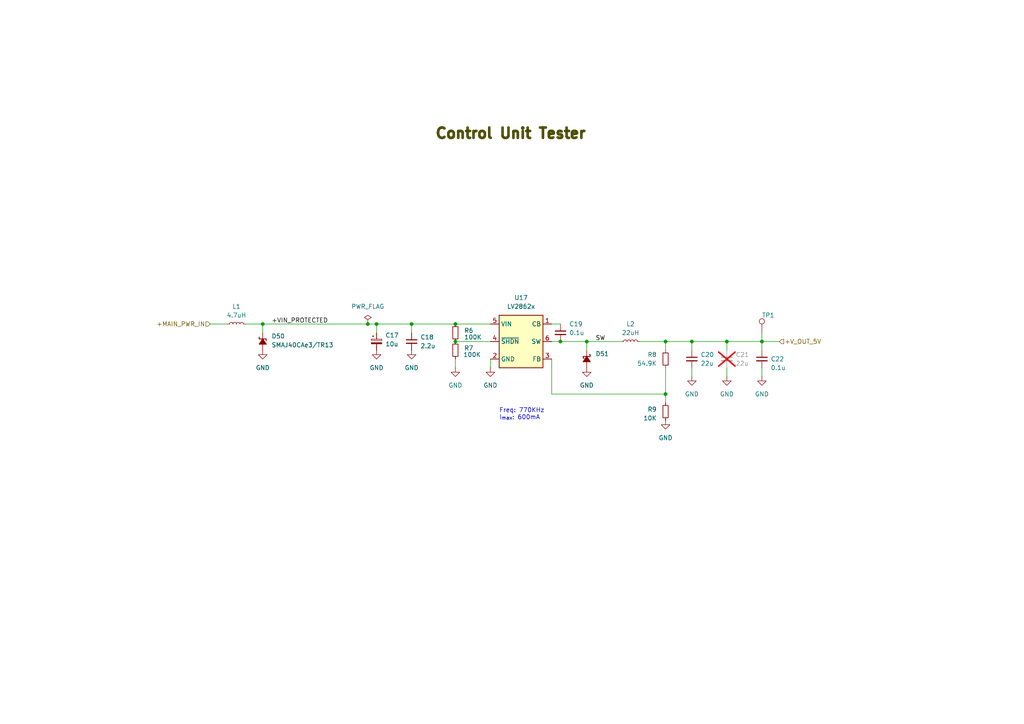
<source format=kicad_sch>
(kicad_sch (version 20250114) (generator "eeschema") (generator_version "9.0")
  (paper "A4")
  (title_block (title "Control Unit Tester") (date "2025-05-20"))
  (lib_symbols
    (symbol "Connector:TestPoint" (pin_numbers (hide yes)) (pin_names (offset 0.762) (hide yes))
      (property "Reference" "TP" (at 0 6.858 0))
      (property "Value" "TestPoint" (at 0 5.08 0))
      (symbol "TestPoint_0_1"
        (circle (center 0 3.302) (radius 0.762))
      )
      (symbol "TestPoint_1_1"
        (pin passive line (at 0 0 90) (length 2.54) (name "1") (number "1"))
      )
    )
    (symbol "Device:C_Polarized_Small" (pin_numbers (hide yes)) (pin_names (offset 0.254) (hide yes))
      (property "Reference" "C" (at 0.254 1.778 0))
      (property "Value" "C_Polarized_Small" (at 0.254 -2.032 0))
      (symbol "C_Polarized_Small_0_1"
        (rectangle (start -1.524 0.6858) (end 1.524 0.3048))
        (rectangle (start -1.524 -0.3048) (end 1.524 -0.6858) (fill (type outline)))
        (polyline (pts (xy -1.27 1.524) (xy -0.762 1.524)))
        (polyline (pts (xy -1.016 1.27) (xy -1.016 1.778)))
      )
      (symbol "C_Polarized_Small_1_1"
        (pin passive line (at 0 2.54 270) (length 1.8542) (name "~") (number "1"))
        (pin passive line (at 0 -2.54 90) (length 1.8542) (name "~") (number "2"))
      )
    )
    (symbol "Device:C_Small" (pin_numbers (hide yes)) (pin_names (offset 0.254) (hide yes))
      (property "Reference" "C" (at 0.254 1.778 0))
      (property "Value" "C_Small" (at 0.254 -2.032 0))
      (symbol "C_Small_0_1"
        (polyline (pts (xy -1.524 0.508) (xy 1.524 0.508)) (stroke (width 0.3048)))
        (polyline (pts (xy -1.524 -0.508) (xy 1.524 -0.508)) (stroke (width 0.3302)))
      )
      (symbol "C_Small_1_1"
        (pin passive line (at 0 2.54 270) (length 2.032) (name "~") (number "1"))
        (pin passive line (at 0 -2.54 90) (length 2.032) (name "~") (number "2"))
      )
    )
    (symbol "Device:D_Schottky_Small_Filled" (pin_numbers (hide yes)) (pin_names (offset 0.254) (hide yes))
      (property "Reference" "D" (at -1.27 2.032 0))
      (property "Value" "D_Schottky_Small_Filled" (at -7.112 -2.032 0))
      (symbol "D_Schottky_Small_Filled_0_1"
        (polyline (pts (xy -1.27 0.762) (xy -1.27 1.016) (xy -0.762 1.016) (xy -0.762 -1.016) (xy -0.254 -1.016) (xy -0.254 -0.762)) (stroke (width 0.254)))
        (polyline (pts (xy -0.762 0) (xy 0.762 0)))
        (polyline (pts (xy 0.762 -1.016) (xy -0.762 0) (xy 0.762 1.016) (xy 0.762 -1.016)) (stroke (width 0.254)) (fill (type outline)))
      )
      (symbol "D_Schottky_Small_Filled_1_1"
        (pin passive line (at -2.54 0 0) (length 1.778) (name "K") (number "1"))
        (pin passive line (at 2.54 0 180) (length 1.778) (name "A") (number "2"))
      )
    )
    (symbol "Device:L_Small" (pin_numbers (hide yes)) (pin_names (offset 0.254) (hide yes))
      (property "Reference" "L" (at 0.762 1.016 0))
      (property "Value" "L_Small" (at 0.762 -1.016 0))
      (symbol "L_Small_0_1"
        (arc (start 0 2.032) (mid 0.5058 1.524) (end 0 1.016))
        (arc (start 0 1.016) (mid 0.5058 0.508) (end 0 0))
        (arc (start 0 0) (mid 0.5058 -0.508) (end 0 -1.016))
        (arc (start 0 -1.016) (mid 0.5058 -1.524) (end 0 -2.032))
      )
      (symbol "L_Small_1_1"
        (pin passive line (at 0 2.54 270) (length 0.508) (name "~") (number "1"))
        (pin passive line (at 0 -2.54 90) (length 0.508) (name "~") (number "2"))
      )
    )
    (symbol "Device:R_Small" (pin_numbers (hide yes)) (pin_names (offset 0.254) (hide yes))
      (property "Reference" "R" (at 0 0 90))
      (property "Value" "R_Small" (at 1.778 0 90))
      (symbol "R_Small_0_1"
        (rectangle (start -0.762 1.778) (end 0.762 -1.778) (stroke (width 0.2032)))
      )
      (symbol "R_Small_1_1"
        (pin passive line (at 0 2.54 270) (length 0.762) (name "~") (number "1"))
        (pin passive line (at 0 -2.54 90) (length 0.762) (name "~") (number "2"))
      )
    )
    (symbol "My_Libraries:D_TVS" (pin_numbers (hide yes)) (pin_names (hide yes))
      (property "Reference" "D" (at -2.54 5.08 0))
      (property "Value" "D_TVS" (at -2.54 2.54 0))
      (symbol "D_TVS_0_1"
        (polyline (pts (xy -1.2954 -1.016) (xy -0.7874 -1.016)) (stroke (width 0.254)))
        (polyline (pts (xy -0.254 1.016) (xy -0.762 1.016) (xy -0.762 -1.016)) (stroke (width 0.254)))
        (polyline (pts (xy 0.762 1.016) (xy -0.762 0) (xy 0.762 -1.016) (xy 0.762 1.016)) (stroke (width 0.254)) (fill (type outline)))
        (polyline (pts (xy 0.762 0) (xy -0.762 0)))
      )
      (symbol "D_TVS_1_1"
        (pin passive line (at -2.54 0 0) (length 1.778) (name "K") (number "1"))
        (pin passive line (at 2.54 0 180) (length 1.778) (name "A") (number "2"))
      )
    )
    (symbol "My_Libraries:LV2862x"
      (property "Reference" "U" (at -1.27 11.43 0))
      (property "Value" "LV2862x" (at -1.27 8.89 0))
      (symbol "LV2862x_1_1"
        (rectangle (start -7.62 7.62) (end 5.08 -7.62) (stroke (width 0.254)) (fill (type background)))
        (pin power_in line (at -10.16 5.08 0) (length 2.54) (name "VIN") (number "5"))
        (pin passive line (at -10.16 0 0) (length 2.54) (name "~{SHDN}") (number "4"))
        (pin passive line (at -10.16 -5.08 0) (length 2.54) (name "GND") (number "2"))
        (pin passive line (at 7.62 5.08 180) (length 2.54) (name "CB") (number "1"))
        (pin passive line (at 7.62 0 180) (length 2.54) (name "SW") (number "6"))
        (pin passive line (at 7.62 -5.08 180) (length 2.54) (name "FB") (number "3"))
      )
    )
    (symbol "power:GND" (power) (pin_numbers (hide yes)) (pin_names (offset 0) (hide yes))
      (property "Value" "GND" (at 0 -3.81 0))
      (symbol "GND_0_1"
        (polyline (pts (xy 0 0) (xy 0 -1.27) (xy 1.27 -1.27) (xy 0 -2.54) (xy -1.27 -1.27) (xy 0 -1.27)))
      )
      (symbol "GND_1_1"
        (pin power_in line (at 0 0 270) (length 0) (name "~") (number "1"))
      )
    )
    (symbol "power:PWR_FLAG" (power) (pin_numbers (hide yes)) (pin_names (offset 0) (hide yes))
      (property "Value" "PWR_FLAG" (at 0 3.81 0))
      (symbol "PWR_FLAG_0_0"
        (pin power_out line (at 0 0 90) (length 0) (name "pwr") (number "1"))
      )
      (symbol "PWR_FLAG_0_1"
        (polyline (pts (xy 0 0) (xy 0 1.27) (xy -1.016 1.905) (xy 0 2.54) (xy 1.016 1.905) (xy 0 1.27)))
      )
    )
  )
  (text "${TITLE}" (at 125.984 40.64 0) (effects (font (size 3 3) (thickness 0.8) (bold yes)) (justify left bottom)))
  (text "Freq: 770KHz\nI_{max}: 600mA" (at 144.78 121.92 0) (effects (font (size 1.27 1.27)) (justify left bottom)))
  (junction (at 162.56 99.06))
  (junction (at 170.18 99.06))
  (junction (at 193.04 99.06))
  (junction (at 210.82 99.06))
  (junction (at 106.68 93.98))
  (junction (at 200.66 99.06))
  (junction (at 119.38 93.98))
  (junction (at 220.98 99.06))
  (junction (at 193.04 114.3))
  (junction (at 109.22 93.98))
  (junction (at 132.08 93.98))
  (junction (at 76.2 93.98))
  (junction (at 132.08 99.06))
  (wire (pts (xy 210.82 99.06) (xy 210.82 101.6)))
  (wire (pts (xy 109.22 93.98) (xy 109.22 96.52)))
  (wire (pts (xy 160.02 93.98) (xy 162.56 93.98)))
  (wire (pts (xy 210.82 106.68) (xy 210.82 109.22)))
  (wire (pts (xy 119.38 93.98) (xy 119.38 96.52)))
  (wire (pts (xy 200.66 106.68) (xy 200.66 109.22)))
  (wire (pts (xy 60.96 93.98) (xy 66.04 93.98)))
  (wire (pts (xy 193.04 99.06) (xy 200.66 99.06)))
  (wire (pts (xy 193.04 106.68) (xy 193.04 114.3)))
  (wire (pts (xy 193.04 99.06) (xy 193.04 101.6)))
  (wire (pts (xy 220.98 96.52) (xy 220.98 99.06)))
  (wire (pts (xy 109.22 93.98) (xy 119.38 93.98)))
  (wire (pts (xy 170.18 99.06) (xy 170.18 101.6)))
  (wire (pts (xy 142.24 104.14) (xy 142.24 106.68)))
  (wire (pts (xy 119.38 93.98) (xy 132.08 93.98)))
  (wire (pts (xy 132.08 99.06) (xy 142.24 99.06)))
  (wire (pts (xy 132.08 93.98) (xy 142.24 93.98)))
  (wire (pts (xy 160.02 104.14) (xy 160.02 114.3)))
  (wire (pts (xy 170.18 99.06) (xy 180.34 99.06)))
  (wire (pts (xy 160.02 99.06) (xy 162.56 99.06)))
  (wire (pts (xy 132.08 104.14) (xy 132.08 106.68)))
  (wire (pts (xy 193.04 114.3) (xy 160.02 114.3)))
  (wire (pts (xy 220.98 99.06) (xy 226.06 99.06)))
  (wire (pts (xy 185.42 99.06) (xy 193.04 99.06)))
  (wire (pts (xy 220.98 106.68) (xy 220.98 109.22)))
  (wire (pts (xy 76.2 96.52) (xy 76.2 93.98)))
  (wire (pts (xy 210.82 99.06) (xy 220.98 99.06)))
  (wire (pts (xy 200.66 99.06) (xy 210.82 99.06)))
  (wire (pts (xy 162.56 99.06) (xy 170.18 99.06)))
  (wire (pts (xy 106.68 93.98) (xy 109.22 93.98)))
  (wire (pts (xy 76.2 93.98) (xy 71.12 93.98)))
  (wire (pts (xy 193.04 114.3) (xy 193.04 116.84)))
  (wire (pts (xy 76.2 93.98) (xy 106.68 93.98)))
  (wire (pts (xy 200.66 101.6) (xy 200.66 99.06)))
  (wire (pts (xy 220.98 99.06) (xy 220.98 101.6)))
  (label "SW" (at 172.72 99.06 0))
  (label "+VIN_PROTECTED" (at 78.74 93.98 0))
  (hierarchical_label "+MAIN_PWR_IN" (shape input) (at 60.96 93.98 180))
  (hierarchical_label "+V_OUT_5V" (shape input) (at 226.06 99.06 0))
  (symbol (lib_id "power:GND") (at 200.66 109.22 0) (unit 1)
    (property "Reference" "#PWR0151" (effects (hide yes)))
    (property "Value" "GND" (at 200.66 114.3 0))
    (property "Description" "Power symbol creates a global label with name \"GND\" , ground" (effects (hide yes)))
  )
  (symbol (lib_id "Device:L_Small") (at 182.88 99.06 90) (unit 1)
    (property "Reference" "L2" (at 182.88 93.98 90))
    (property "Value" "22uH" (at 182.88 96.52 90))
    (property "Footprint" "Inductor_SMD:L_Taiyo-Yuden_NR-50xx" (effects (hide yes)))
    (property "PartkeeprID" "44" (effects (hide yes)))
  )
  (symbol (lib_id "My_Libraries:LV2862x") (at 152.4 99.06 0) (unit 1)
    (property "Reference" "U17" (at 151.13 86.36 0))
    (property "Value" "LV2862x" (at 151.13 88.9 0))
    (property "Footprint" "Package_TO_SOT_SMD:SOT-23-6" (effects (hide yes)))
    (property "Datasheet" "https://www.ti.com/lit/ds/symlink/lv2862.pdf" (effects (hide yes)))
    (property "PartkeeprID" "46" (effects (hide yes)))
  )
  (symbol (lib_id "power:GND") (at 170.18 106.68 0) (unit 1)
    (property "Reference" "#PWR0149" (effects (hide yes)))
    (property "Value" "GND" (at 170.18 111.76 0))
    (property "Description" "Power symbol creates a global label with name \"GND\" , ground" (effects (hide yes)))
  )
  (symbol (lib_id "power:GND") (at 76.2 101.6 0) (unit 1)
    (property "Reference" "#PWR0144" (effects (hide yes)))
    (property "Value" "GND" (at 76.2 106.68 0))
    (property "Description" "Power symbol creates a global label with name \"GND\" , ground" (effects (hide yes)))
  )
  (symbol (lib_id "power:GND") (at 142.24 106.68 0) (unit 1)
    (property "Reference" "#PWR0148" (effects (hide yes)))
    (property "Value" "GND" (at 142.24 111.76 0))
    (property "Description" "Power symbol creates a global label with name \"GND\" , ground" (effects (hide yes)))
  )
  (symbol (lib_id "Device:C_Small") (at 119.38 99.06 0) (unit 1)
    (property "Reference" "C18" (at 121.92 97.7963 0) (effects (justify left)))
    (property "Value" "2.2u" (at 121.92 100.3363 0) (effects (justify left)))
    (property "Footprint" "Capacitor_SMD:C_1210_3225Metric" (effects (hide yes)))
    (property "PartkeeprID" "42" (effects (hide yes)))
  )
  (symbol (lib_id "Device:C_Small") (at 210.82 104.14 0) (unit 1) (dnp yes)
    (property "Reference" "C21" (at 213.36 102.8763 0) (effects (justify left)))
    (property "Value" "22u" (at 213.36 105.4163 0) (effects (justify left)))
    (property "Footprint" "Capacitor_SMD:C_1210_3225Metric" (effects (hide yes)))
    (property "PartkeeprID" "45" (effects (hide yes)))
  )
  (symbol (lib_id "power:GND") (at 220.98 109.22 0) (unit 1)
    (property "Reference" "#PWR0153" (effects (hide yes)))
    (property "Value" "GND" (at 220.98 114.3 0))
    (property "Description" "Power symbol creates a global label with name \"GND\" , ground" (effects (hide yes)))
  )
  (symbol (lib_id "My_Libraries:D_TVS") (at 76.2 99.06 270) (unit 1)
    (property "Reference" "D50" (at 78.74 97.5233 90) (effects (justify left)))
    (property "Value" "SMAJ40CAe3/TR13" (at 78.74 100.0633 90) (effects (justify left)))
    (property "Footprint" "Diode_SMD:D_SMA" (effects (hide yes)))
  )
  (symbol (lib_id "power:GND") (at 210.82 109.22 0) (unit 1)
    (property "Reference" "#PWR0152" (effects (hide yes)))
    (property "Value" "GND" (at 210.82 114.3 0))
    (property "Description" "Power symbol creates a global label with name \"GND\" , ground" (effects (hide yes)))
  )
  (symbol (lib_id "Device:R_Small") (at 132.08 96.52 180) (unit 1)
    (property "Reference" "R6" (at 134.62 95.885 0) (effects (justify right)))
    (property "Value" "100K" (at 134.62 97.79 0) (effects (justify right)))
    (property "Footprint" "Resistor_SMD:R_0603_1608Metric" (effects (hide yes)))
    (property "Description" "Resistor, small symbol" (effects (hide yes)))
    (property "PartkeeprID" "47" (effects (hide yes)))
  )
  (symbol (lib_id "Device:D_Schottky_Small_Filled") (at 170.18 104.14 270) (unit 1)
    (property "Reference" "D51" (at 172.72 102.616 90) (effects (justify left)))
    (property "Value" "SBR3U60P1Q-7" (effects (hide yes)))
    (property "Footprint" "Diode_SMD:D_PowerDI-123" (effects (hide yes)))
    (property "PartkeeprID" "43" (effects (hide yes)))
  )
  (symbol (lib_id "Device:L_Small") (at 68.58 93.98 90) (unit 1)
    (property "Reference" "L1" (at 68.58 88.9 90))
    (property "Value" "4.7uH" (at 68.58 91.44 90))
    (property "Footprint" "My_Footprints:L_TDK_VLS252012HBX" (effects (hide yes)))
    (property "PartkeeprID" "44" (effects (hide yes)))
  )
  (symbol (lib_id "Device:C_Small") (at 220.98 104.14 0) (unit 1)
    (property "Reference" "C22" (at 223.52 104.14 0) (effects (justify left)))
    (property "Value" "0.1u" (at 223.52 106.68 0) (effects (justify left)))
    (property "Footprint" "Capacitor_SMD:C_0603_1608Metric" (effects (hide yes)))
    (property "PartkeeprID" "50" (effects (hide yes)))
  )
  (symbol (lib_id "power:PWR_FLAG") (at 106.68 93.98 0) (unit 1)
    (property "Reference" "#FLG04" (effects (hide yes)))
    (property "Value" "PWR_FLAG" (at 106.68 88.9 0))
  )
  (symbol (lib_id "Device:C_Small") (at 200.66 104.14 0) (unit 1)
    (property "Reference" "C20" (at 203.2 102.8763 0) (effects (justify left)))
    (property "Value" "22u" (at 203.2 105.4163 0) (effects (justify left)))
    (property "Footprint" "Capacitor_SMD:C_1210_3225Metric" (effects (hide yes)))
    (property "PartkeeprID" "45" (effects (hide yes)))
  )
  (symbol (lib_id "power:GND") (at 193.04 121.92 0) (unit 1)
    (property "Reference" "#PWR0150" (effects (hide yes)))
    (property "Value" "GND" (at 193.04 127 0))
    (property "Description" "Power symbol creates a global label with name \"GND\" , ground" (effects (hide yes)))
  )
  (symbol (lib_id "Device:R_Small") (at 193.04 119.38 0) (mirror x) (unit 1)
    (property "Reference" "R9" (at 190.5 118.745 0) (effects (justify right)))
    (property "Value" "10K" (at 190.5 121.285 0) (effects (justify right)))
    (property "Footprint" "Resistor_SMD:R_0603_1608Metric" (effects (hide yes)))
    (property "Description" "Resistor, small symbol" (effects (hide yes)))
    (property "PartkeeprID" "48" (effects (hide yes)))
  )
  (symbol (lib_id "Device:R_Small") (at 132.08 101.6 180) (unit 1)
    (property "Reference" "R7" (at 134.62 100.965 0) (effects (justify right)))
    (property "Value" "100K" (at 134.366 102.87 0) (effects (justify right)))
    (property "Footprint" "Resistor_SMD:R_0603_1608Metric" (effects (hide yes)))
    (property "Description" "Resistor, small symbol" (effects (hide yes)))
    (property "PartkeeprID" "47" (effects (hide yes)))
  )
  (symbol (lib_id "Device:C_Small") (at 162.56 96.52 0) (unit 1)
    (property "Reference" "C19" (at 165.1 93.98 0) (effects (justify left)))
    (property "Value" "0.1u" (at 165.1 96.52 0) (effects (justify left)))
    (property "Footprint" "Capacitor_SMD:C_0603_1608Metric" (effects (hide yes)))
    (property "PartkeeprID" "50" (effects (hide yes)))
  )
  (symbol (lib_id "power:GND") (at 119.38 101.6 0) (unit 1)
    (property "Reference" "#PWR0146" (effects (hide yes)))
    (property "Value" "GND" (at 119.38 106.68 0))
    (property "Description" "Power symbol creates a global label with name \"GND\" , ground" (effects (hide yes)))
  )
  (symbol (lib_id "Device:C_Polarized_Small") (at 109.22 99.06 0) (unit 1)
    (property "Reference" "C17" (at 111.76 97.2439 0) (effects (justify left)))
    (property "Value" "10u" (at 111.76 99.7839 0) (effects (justify left)))
    (property "Footprint" "Capacitor_SMD:CP_Elec_5x5.3" (effects (hide yes)))
    (property "PartkeeprID" "41" (effects (hide yes)))
  )
  (symbol (lib_id "Device:R_Small") (at 193.04 104.14 0) (mirror x) (unit 1)
    (property "Reference" "R8" (at 190.5 102.8699 0) (effects (justify right)))
    (property "Value" "54.9K" (at 190.5 105.4099 0) (effects (justify right)))
    (property "Footprint" "Resistor_SMD:R_0603_1608Metric" (effects (hide yes)))
    (property "Description" "Resistor, small symbol" (effects (hide yes)))
    (property "PartkeeprID" "49" (effects (hide yes)))
  )
  (symbol (lib_id "power:GND") (at 132.08 106.68 0) (unit 1)
    (property "Reference" "#PWR0147" (effects (hide yes)))
    (property "Value" "GND" (at 132.08 111.76 0))
    (property "Description" "Power symbol creates a global label with name \"GND\" , ground" (effects (hide yes)))
  )
  (symbol (lib_id "Connector:TestPoint") (at 220.98 96.52 0) (unit 1) (in_bom no)
    (property "Reference" "TP1" (at 220.98 91.44 0) (effects (justify left)))
    (property "Value" "TestPoint" (effects (hide yes)))
    (property "Footprint" "TestPoint:TestPoint_Pad_D1.5mm" (effects (hide yes)))
  )
  (symbol (lib_id "power:GND") (at 109.22 101.6 0) (unit 1)
    (property "Reference" "#PWR0145" (effects (hide yes)))
    (property "Value" "GND" (at 109.22 106.68 0))
    (property "Description" "Power symbol creates a global label with name \"GND\" , ground" (effects (hide yes)))
  )
)
</source>
